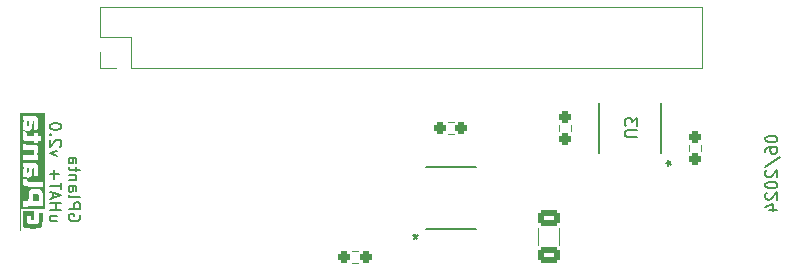
<source format=gbo>
G04 #@! TF.GenerationSoftware,KiCad,Pcbnew,7.0.11-7.0.11~ubuntu22.04.1*
G04 #@! TF.CreationDate,2024-06-23T17:04:06+02:00*
G04 #@! TF.ProjectId,RaspiZeroHat_12v_v2.5c,52617370-695a-4657-926f-4861745f3132,rev?*
G04 #@! TF.SameCoordinates,Original*
G04 #@! TF.FileFunction,Legend,Bot*
G04 #@! TF.FilePolarity,Positive*
%FSLAX46Y46*%
G04 Gerber Fmt 4.6, Leading zero omitted, Abs format (unit mm)*
G04 Created by KiCad (PCBNEW 7.0.11-7.0.11~ubuntu22.04.1) date 2024-06-23 17:04:06*
%MOMM*%
%LPD*%
G01*
G04 APERTURE LIST*
G04 Aperture macros list*
%AMRoundRect*
0 Rectangle with rounded corners*
0 $1 Rounding radius*
0 $2 $3 $4 $5 $6 $7 $8 $9 X,Y pos of 4 corners*
0 Add a 4 corners polygon primitive as box body*
4,1,4,$2,$3,$4,$5,$6,$7,$8,$9,$2,$3,0*
0 Add four circle primitives for the rounded corners*
1,1,$1+$1,$2,$3*
1,1,$1+$1,$4,$5*
1,1,$1+$1,$6,$7*
1,1,$1+$1,$8,$9*
0 Add four rect primitives between the rounded corners*
20,1,$1+$1,$2,$3,$4,$5,0*
20,1,$1+$1,$4,$5,$6,$7,0*
20,1,$1+$1,$6,$7,$8,$9,0*
20,1,$1+$1,$8,$9,$2,$3,0*%
G04 Aperture macros list end*
%ADD10C,0.150000*%
%ADD11C,0.120000*%
%ADD12C,0.152400*%
%ADD13O,1.712000X3.220000*%
%ADD14O,3.220000X1.712000*%
%ADD15C,2.300000*%
%ADD16R,2.300000X2.300000*%
%ADD17O,1.700000X1.700000*%
%ADD18R,1.700000X1.700000*%
%ADD19C,1.574800*%
%ADD20C,1.295400*%
%ADD21R,0.558800X1.460500*%
%ADD22RoundRect,0.237500X0.237500X-0.250000X0.237500X0.250000X-0.237500X0.250000X-0.237500X-0.250000X0*%
%ADD23RoundRect,0.237500X0.250000X0.237500X-0.250000X0.237500X-0.250000X-0.237500X0.250000X-0.237500X0*%
%ADD24RoundRect,0.237500X-0.237500X0.250000X-0.237500X-0.250000X0.237500X-0.250000X0.237500X0.250000X0*%
%ADD25R,1.460500X0.558800*%
%ADD26RoundRect,0.250000X-0.650000X0.412500X-0.650000X-0.412500X0.650000X-0.412500X0.650000X0.412500X0*%
G04 APERTURE END LIST*
D10*
X163354819Y-81982620D02*
X163354819Y-82077858D01*
X163354819Y-82077858D02*
X163402438Y-82173096D01*
X163402438Y-82173096D02*
X163450057Y-82220715D01*
X163450057Y-82220715D02*
X163545295Y-82268334D01*
X163545295Y-82268334D02*
X163735771Y-82315953D01*
X163735771Y-82315953D02*
X163973866Y-82315953D01*
X163973866Y-82315953D02*
X164164342Y-82268334D01*
X164164342Y-82268334D02*
X164259580Y-82220715D01*
X164259580Y-82220715D02*
X164307200Y-82173096D01*
X164307200Y-82173096D02*
X164354819Y-82077858D01*
X164354819Y-82077858D02*
X164354819Y-81982620D01*
X164354819Y-81982620D02*
X164307200Y-81887382D01*
X164307200Y-81887382D02*
X164259580Y-81839763D01*
X164259580Y-81839763D02*
X164164342Y-81792144D01*
X164164342Y-81792144D02*
X163973866Y-81744525D01*
X163973866Y-81744525D02*
X163735771Y-81744525D01*
X163735771Y-81744525D02*
X163545295Y-81792144D01*
X163545295Y-81792144D02*
X163450057Y-81839763D01*
X163450057Y-81839763D02*
X163402438Y-81887382D01*
X163402438Y-81887382D02*
X163354819Y-81982620D01*
X163354819Y-83173096D02*
X163354819Y-82982620D01*
X163354819Y-82982620D02*
X163402438Y-82887382D01*
X163402438Y-82887382D02*
X163450057Y-82839763D01*
X163450057Y-82839763D02*
X163592914Y-82744525D01*
X163592914Y-82744525D02*
X163783390Y-82696906D01*
X163783390Y-82696906D02*
X164164342Y-82696906D01*
X164164342Y-82696906D02*
X164259580Y-82744525D01*
X164259580Y-82744525D02*
X164307200Y-82792144D01*
X164307200Y-82792144D02*
X164354819Y-82887382D01*
X164354819Y-82887382D02*
X164354819Y-83077858D01*
X164354819Y-83077858D02*
X164307200Y-83173096D01*
X164307200Y-83173096D02*
X164259580Y-83220715D01*
X164259580Y-83220715D02*
X164164342Y-83268334D01*
X164164342Y-83268334D02*
X163926247Y-83268334D01*
X163926247Y-83268334D02*
X163831009Y-83220715D01*
X163831009Y-83220715D02*
X163783390Y-83173096D01*
X163783390Y-83173096D02*
X163735771Y-83077858D01*
X163735771Y-83077858D02*
X163735771Y-82887382D01*
X163735771Y-82887382D02*
X163783390Y-82792144D01*
X163783390Y-82792144D02*
X163831009Y-82744525D01*
X163831009Y-82744525D02*
X163926247Y-82696906D01*
X163307200Y-84411191D02*
X164592914Y-83554049D01*
X163450057Y-84696906D02*
X163402438Y-84744525D01*
X163402438Y-84744525D02*
X163354819Y-84839763D01*
X163354819Y-84839763D02*
X163354819Y-85077858D01*
X163354819Y-85077858D02*
X163402438Y-85173096D01*
X163402438Y-85173096D02*
X163450057Y-85220715D01*
X163450057Y-85220715D02*
X163545295Y-85268334D01*
X163545295Y-85268334D02*
X163640533Y-85268334D01*
X163640533Y-85268334D02*
X163783390Y-85220715D01*
X163783390Y-85220715D02*
X164354819Y-84649287D01*
X164354819Y-84649287D02*
X164354819Y-85268334D01*
X163354819Y-85887382D02*
X163354819Y-85982620D01*
X163354819Y-85982620D02*
X163402438Y-86077858D01*
X163402438Y-86077858D02*
X163450057Y-86125477D01*
X163450057Y-86125477D02*
X163545295Y-86173096D01*
X163545295Y-86173096D02*
X163735771Y-86220715D01*
X163735771Y-86220715D02*
X163973866Y-86220715D01*
X163973866Y-86220715D02*
X164164342Y-86173096D01*
X164164342Y-86173096D02*
X164259580Y-86125477D01*
X164259580Y-86125477D02*
X164307200Y-86077858D01*
X164307200Y-86077858D02*
X164354819Y-85982620D01*
X164354819Y-85982620D02*
X164354819Y-85887382D01*
X164354819Y-85887382D02*
X164307200Y-85792144D01*
X164307200Y-85792144D02*
X164259580Y-85744525D01*
X164259580Y-85744525D02*
X164164342Y-85696906D01*
X164164342Y-85696906D02*
X163973866Y-85649287D01*
X163973866Y-85649287D02*
X163735771Y-85649287D01*
X163735771Y-85649287D02*
X163545295Y-85696906D01*
X163545295Y-85696906D02*
X163450057Y-85744525D01*
X163450057Y-85744525D02*
X163402438Y-85792144D01*
X163402438Y-85792144D02*
X163354819Y-85887382D01*
X163450057Y-86601668D02*
X163402438Y-86649287D01*
X163402438Y-86649287D02*
X163354819Y-86744525D01*
X163354819Y-86744525D02*
X163354819Y-86982620D01*
X163354819Y-86982620D02*
X163402438Y-87077858D01*
X163402438Y-87077858D02*
X163450057Y-87125477D01*
X163450057Y-87125477D02*
X163545295Y-87173096D01*
X163545295Y-87173096D02*
X163640533Y-87173096D01*
X163640533Y-87173096D02*
X163783390Y-87125477D01*
X163783390Y-87125477D02*
X164354819Y-86554049D01*
X164354819Y-86554049D02*
X164354819Y-87173096D01*
X163688152Y-88030239D02*
X164354819Y-88030239D01*
X163307200Y-87792144D02*
X164021485Y-87554049D01*
X164021485Y-87554049D02*
X164021485Y-88173096D01*
X105302561Y-88439411D02*
X105350180Y-88534649D01*
X105350180Y-88534649D02*
X105350180Y-88677506D01*
X105350180Y-88677506D02*
X105302561Y-88820363D01*
X105302561Y-88820363D02*
X105207323Y-88915601D01*
X105207323Y-88915601D02*
X105112085Y-88963220D01*
X105112085Y-88963220D02*
X104921609Y-89010839D01*
X104921609Y-89010839D02*
X104778752Y-89010839D01*
X104778752Y-89010839D02*
X104588276Y-88963220D01*
X104588276Y-88963220D02*
X104493038Y-88915601D01*
X104493038Y-88915601D02*
X104397800Y-88820363D01*
X104397800Y-88820363D02*
X104350180Y-88677506D01*
X104350180Y-88677506D02*
X104350180Y-88582268D01*
X104350180Y-88582268D02*
X104397800Y-88439411D01*
X104397800Y-88439411D02*
X104445419Y-88391792D01*
X104445419Y-88391792D02*
X104778752Y-88391792D01*
X104778752Y-88391792D02*
X104778752Y-88582268D01*
X104350180Y-87963220D02*
X105350180Y-87963220D01*
X105350180Y-87963220D02*
X105350180Y-87582268D01*
X105350180Y-87582268D02*
X105302561Y-87487030D01*
X105302561Y-87487030D02*
X105254942Y-87439411D01*
X105254942Y-87439411D02*
X105159704Y-87391792D01*
X105159704Y-87391792D02*
X105016847Y-87391792D01*
X105016847Y-87391792D02*
X104921609Y-87439411D01*
X104921609Y-87439411D02*
X104873990Y-87487030D01*
X104873990Y-87487030D02*
X104826371Y-87582268D01*
X104826371Y-87582268D02*
X104826371Y-87963220D01*
X104350180Y-86820363D02*
X104397800Y-86915601D01*
X104397800Y-86915601D02*
X104493038Y-86963220D01*
X104493038Y-86963220D02*
X105350180Y-86963220D01*
X104350180Y-86010839D02*
X104873990Y-86010839D01*
X104873990Y-86010839D02*
X104969228Y-86058458D01*
X104969228Y-86058458D02*
X105016847Y-86153696D01*
X105016847Y-86153696D02*
X105016847Y-86344172D01*
X105016847Y-86344172D02*
X104969228Y-86439410D01*
X104397800Y-86010839D02*
X104350180Y-86106077D01*
X104350180Y-86106077D02*
X104350180Y-86344172D01*
X104350180Y-86344172D02*
X104397800Y-86439410D01*
X104397800Y-86439410D02*
X104493038Y-86487029D01*
X104493038Y-86487029D02*
X104588276Y-86487029D01*
X104588276Y-86487029D02*
X104683514Y-86439410D01*
X104683514Y-86439410D02*
X104731133Y-86344172D01*
X104731133Y-86344172D02*
X104731133Y-86106077D01*
X104731133Y-86106077D02*
X104778752Y-86010839D01*
X105016847Y-85534648D02*
X104350180Y-85534648D01*
X104921609Y-85534648D02*
X104969228Y-85487029D01*
X104969228Y-85487029D02*
X105016847Y-85391791D01*
X105016847Y-85391791D02*
X105016847Y-85248934D01*
X105016847Y-85248934D02*
X104969228Y-85153696D01*
X104969228Y-85153696D02*
X104873990Y-85106077D01*
X104873990Y-85106077D02*
X104350180Y-85106077D01*
X105016847Y-84772743D02*
X105016847Y-84391791D01*
X105350180Y-84629886D02*
X104493038Y-84629886D01*
X104493038Y-84629886D02*
X104397800Y-84582267D01*
X104397800Y-84582267D02*
X104350180Y-84487029D01*
X104350180Y-84487029D02*
X104350180Y-84391791D01*
X104350180Y-83629886D02*
X104873990Y-83629886D01*
X104873990Y-83629886D02*
X104969228Y-83677505D01*
X104969228Y-83677505D02*
X105016847Y-83772743D01*
X105016847Y-83772743D02*
X105016847Y-83963219D01*
X105016847Y-83963219D02*
X104969228Y-84058457D01*
X104397800Y-83629886D02*
X104350180Y-83725124D01*
X104350180Y-83725124D02*
X104350180Y-83963219D01*
X104350180Y-83963219D02*
X104397800Y-84058457D01*
X104397800Y-84058457D02*
X104493038Y-84106076D01*
X104493038Y-84106076D02*
X104588276Y-84106076D01*
X104588276Y-84106076D02*
X104683514Y-84058457D01*
X104683514Y-84058457D02*
X104731133Y-83963219D01*
X104731133Y-83963219D02*
X104731133Y-83725124D01*
X104731133Y-83725124D02*
X104778752Y-83629886D01*
X103406847Y-88534649D02*
X102740180Y-88534649D01*
X103406847Y-88963220D02*
X102883038Y-88963220D01*
X102883038Y-88963220D02*
X102787800Y-88915601D01*
X102787800Y-88915601D02*
X102740180Y-88820363D01*
X102740180Y-88820363D02*
X102740180Y-88677506D01*
X102740180Y-88677506D02*
X102787800Y-88582268D01*
X102787800Y-88582268D02*
X102835419Y-88534649D01*
X102740180Y-88058458D02*
X103740180Y-88058458D01*
X103263990Y-88058458D02*
X103263990Y-87487030D01*
X102740180Y-87487030D02*
X103740180Y-87487030D01*
X103025895Y-87058458D02*
X103025895Y-86582268D01*
X102740180Y-87153696D02*
X103740180Y-86820363D01*
X103740180Y-86820363D02*
X102740180Y-86487030D01*
X103740180Y-86296553D02*
X103740180Y-85725125D01*
X102740180Y-86010839D02*
X103740180Y-86010839D01*
X103121133Y-85391791D02*
X103121133Y-84629887D01*
X102740180Y-85010839D02*
X103502085Y-85010839D01*
X103406847Y-83487029D02*
X102740180Y-83248934D01*
X102740180Y-83248934D02*
X103406847Y-83010839D01*
X103644942Y-82677505D02*
X103692561Y-82629886D01*
X103692561Y-82629886D02*
X103740180Y-82534648D01*
X103740180Y-82534648D02*
X103740180Y-82296553D01*
X103740180Y-82296553D02*
X103692561Y-82201315D01*
X103692561Y-82201315D02*
X103644942Y-82153696D01*
X103644942Y-82153696D02*
X103549704Y-82106077D01*
X103549704Y-82106077D02*
X103454466Y-82106077D01*
X103454466Y-82106077D02*
X103311609Y-82153696D01*
X103311609Y-82153696D02*
X102740180Y-82725124D01*
X102740180Y-82725124D02*
X102740180Y-82106077D01*
X102835419Y-81677505D02*
X102787800Y-81629886D01*
X102787800Y-81629886D02*
X102740180Y-81677505D01*
X102740180Y-81677505D02*
X102787800Y-81725124D01*
X102787800Y-81725124D02*
X102835419Y-81677505D01*
X102835419Y-81677505D02*
X102740180Y-81677505D01*
X103740180Y-81010839D02*
X103740180Y-80915601D01*
X103740180Y-80915601D02*
X103692561Y-80820363D01*
X103692561Y-80820363D02*
X103644942Y-80772744D01*
X103644942Y-80772744D02*
X103549704Y-80725125D01*
X103549704Y-80725125D02*
X103359228Y-80677506D01*
X103359228Y-80677506D02*
X103121133Y-80677506D01*
X103121133Y-80677506D02*
X102930657Y-80725125D01*
X102930657Y-80725125D02*
X102835419Y-80772744D01*
X102835419Y-80772744D02*
X102787800Y-80820363D01*
X102787800Y-80820363D02*
X102740180Y-80915601D01*
X102740180Y-80915601D02*
X102740180Y-81010839D01*
X102740180Y-81010839D02*
X102787800Y-81106077D01*
X102787800Y-81106077D02*
X102835419Y-81153696D01*
X102835419Y-81153696D02*
X102930657Y-81201315D01*
X102930657Y-81201315D02*
X103121133Y-81248934D01*
X103121133Y-81248934D02*
X103359228Y-81248934D01*
X103359228Y-81248934D02*
X103549704Y-81201315D01*
X103549704Y-81201315D02*
X103644942Y-81153696D01*
X103644942Y-81153696D02*
X103692561Y-81106077D01*
X103692561Y-81106077D02*
X103740180Y-81010839D01*
X152445180Y-81861904D02*
X151635657Y-81861904D01*
X151635657Y-81861904D02*
X151540419Y-81814285D01*
X151540419Y-81814285D02*
X151492800Y-81766666D01*
X151492800Y-81766666D02*
X151445180Y-81671428D01*
X151445180Y-81671428D02*
X151445180Y-81480952D01*
X151445180Y-81480952D02*
X151492800Y-81385714D01*
X151492800Y-81385714D02*
X151540419Y-81338095D01*
X151540419Y-81338095D02*
X151635657Y-81290476D01*
X151635657Y-81290476D02*
X152445180Y-81290476D01*
X152445180Y-80909523D02*
X152445180Y-80290476D01*
X152445180Y-80290476D02*
X152064228Y-80623809D01*
X152064228Y-80623809D02*
X152064228Y-80480952D01*
X152064228Y-80480952D02*
X152016609Y-80385714D01*
X152016609Y-80385714D02*
X151968990Y-80338095D01*
X151968990Y-80338095D02*
X151873752Y-80290476D01*
X151873752Y-80290476D02*
X151635657Y-80290476D01*
X151635657Y-80290476D02*
X151540419Y-80338095D01*
X151540419Y-80338095D02*
X151492800Y-80385714D01*
X151492800Y-80385714D02*
X151445180Y-80480952D01*
X151445180Y-80480952D02*
X151445180Y-80766666D01*
X151445180Y-80766666D02*
X151492800Y-80861904D01*
X151492800Y-80861904D02*
X151540419Y-80909523D01*
X154961619Y-84078150D02*
X155199714Y-84078150D01*
X155104476Y-83840055D02*
X155199714Y-84078150D01*
X155199714Y-84078150D02*
X155104476Y-84316245D01*
X155390190Y-83935293D02*
X155199714Y-84078150D01*
X155199714Y-84078150D02*
X155390190Y-84221007D01*
X133721849Y-90061619D02*
X133721849Y-90299714D01*
X133959944Y-90204476D02*
X133721849Y-90299714D01*
X133721849Y-90299714D02*
X133483754Y-90204476D01*
X133864706Y-90490190D02*
X133721849Y-90299714D01*
X133721849Y-90299714D02*
X133578992Y-90490190D01*
D11*
X107040000Y-76035000D02*
X108370000Y-76035000D01*
X109640000Y-76035000D02*
X157960000Y-76035000D01*
X107040000Y-74705000D02*
X107040000Y-76035000D01*
X107040000Y-73435000D02*
X109640000Y-73435000D01*
X109640000Y-73435000D02*
X109640000Y-76035000D01*
X107040000Y-70835000D02*
X107040000Y-73435000D01*
X107040000Y-70835000D02*
X157960000Y-70835000D01*
X157960000Y-70835000D02*
X157960000Y-76035000D01*
D12*
X149271100Y-83220900D02*
X149271100Y-78979100D01*
X154528900Y-78979100D02*
X154528900Y-83220900D01*
D11*
X157922500Y-83054724D02*
X157922500Y-82545276D01*
X156877500Y-83054724D02*
X156877500Y-82545276D01*
X136954724Y-80577500D02*
X136445276Y-80577500D01*
X136954724Y-81622500D02*
X136445276Y-81622500D01*
X145877500Y-80845276D02*
X145877500Y-81354724D01*
X146922500Y-80845276D02*
X146922500Y-81354724D01*
X128854724Y-91477500D02*
X128345276Y-91477500D01*
X128854724Y-92522500D02*
X128345276Y-92522500D01*
G36*
X102382536Y-84863202D02*
G01*
X102382536Y-89866632D01*
X102329730Y-89866632D01*
X101300000Y-89866632D01*
X100217464Y-89866632D01*
X100217464Y-89787423D01*
X100296674Y-89787423D01*
X101313202Y-89787423D01*
X102329730Y-89787423D01*
X102329730Y-88863306D01*
X102329730Y-87939190D01*
X102171310Y-87939190D01*
X101313202Y-87939190D01*
X100481497Y-87939190D01*
X100296674Y-87939190D01*
X100296674Y-88863306D01*
X100296674Y-89787423D01*
X100217464Y-89787423D01*
X100217464Y-87755108D01*
X100481497Y-87755108D01*
X101319803Y-87748136D01*
X102158108Y-87741165D01*
X102158108Y-87147090D01*
X102157700Y-86960775D01*
X102156048Y-86805892D01*
X102152646Y-86689438D01*
X102146991Y-86603991D01*
X102138581Y-86542125D01*
X102126910Y-86496417D01*
X102111476Y-86459443D01*
X102100883Y-86439165D01*
X102050493Y-86367707D01*
X101984456Y-86317140D01*
X101893570Y-86283759D01*
X101768633Y-86263860D01*
X101600442Y-86253739D01*
X101498289Y-86250990D01*
X101390379Y-86251557D01*
X101311280Y-86258638D01*
X101247065Y-86273724D01*
X101183809Y-86298303D01*
X101154190Y-86312233D01*
X101082895Y-86357466D01*
X101030654Y-86416216D01*
X100994721Y-86496287D01*
X100972352Y-86605483D01*
X100960806Y-86751607D01*
X100957337Y-86942464D01*
X100956757Y-87305510D01*
X100719127Y-87305510D01*
X100481497Y-87305510D01*
X100481497Y-87530309D01*
X100481497Y-87755108D01*
X100217464Y-87755108D01*
X100217464Y-85594747D01*
X100452199Y-85594747D01*
X100459121Y-85712241D01*
X100478517Y-85821704D01*
X100508577Y-85901122D01*
X100512523Y-85907536D01*
X100543151Y-85951579D01*
X100578287Y-85986548D01*
X100623970Y-86013480D01*
X100686235Y-86033418D01*
X100771119Y-86047399D01*
X100884658Y-86056463D01*
X101032889Y-86061651D01*
X101221848Y-86064001D01*
X101457572Y-86064553D01*
X102171310Y-86064553D01*
X102171310Y-85853327D01*
X102171310Y-85642100D01*
X101516507Y-85642100D01*
X101356731Y-85641707D01*
X101166527Y-85639647D01*
X101022604Y-85635666D01*
X100921112Y-85629586D01*
X100891590Y-85625664D01*
X100858201Y-85621228D01*
X100830021Y-85610416D01*
X100829313Y-85609687D01*
X100807412Y-85561566D01*
X100798337Y-85491601D01*
X100798337Y-85404470D01*
X100642742Y-85404470D01*
X100551538Y-85407983D01*
X100495604Y-85421029D01*
X100471120Y-85446235D01*
X100459566Y-85491239D01*
X100452199Y-85594747D01*
X100217464Y-85594747D01*
X100217464Y-84917513D01*
X100459694Y-84917513D01*
X100462476Y-85025616D01*
X100478687Y-85100832D01*
X100506064Y-85151862D01*
X100579496Y-85227861D01*
X100685129Y-85273991D01*
X100831109Y-85294733D01*
X100891590Y-85296915D01*
X101026396Y-85287662D01*
X101128336Y-85252526D01*
X101201802Y-85186347D01*
X101251191Y-85083970D01*
X101280896Y-84940237D01*
X101295314Y-84749990D01*
X101306754Y-84451095D01*
X101375986Y-84459124D01*
X101445218Y-84467152D01*
X101436851Y-84830198D01*
X101428484Y-85193244D01*
X101574966Y-85193244D01*
X101579888Y-85193245D01*
X101638464Y-85192331D01*
X101682310Y-85185082D01*
X101713621Y-85164861D01*
X101734593Y-85125029D01*
X101747422Y-85058947D01*
X101754304Y-84959978D01*
X101757435Y-84821482D01*
X101759009Y-84636822D01*
X101762058Y-84217909D01*
X101675797Y-84131304D01*
X101589536Y-84044699D01*
X101035517Y-84036616D01*
X100481497Y-84028533D01*
X100481497Y-84213059D01*
X100483031Y-84305816D01*
X100490141Y-84366869D01*
X100506053Y-84398900D01*
X100533984Y-84414244D01*
X100558336Y-84423028D01*
X100572298Y-84439580D01*
X100562888Y-84474263D01*
X100529610Y-84541439D01*
X100515779Y-84573220D01*
X100487960Y-84673583D01*
X100468727Y-84794258D01*
X100459694Y-84917513D01*
X100217464Y-84917513D01*
X100217464Y-84863202D01*
X100217464Y-82496141D01*
X100481497Y-82496141D01*
X100481497Y-82722551D01*
X100481497Y-82948961D01*
X100941776Y-82948961D01*
X100971877Y-82948937D01*
X101142566Y-82948670D01*
X101267394Y-82951833D01*
X101352346Y-82963468D01*
X101403409Y-82988618D01*
X101426573Y-83032324D01*
X101427823Y-83099630D01*
X101413148Y-83195577D01*
X101388534Y-83325208D01*
X101375014Y-83397818D01*
X100928256Y-83397818D01*
X100481497Y-83397818D01*
X100481497Y-83609044D01*
X100481497Y-83820271D01*
X101115177Y-83820271D01*
X101748857Y-83820271D01*
X101748857Y-83622246D01*
X101748774Y-83586600D01*
X101746493Y-83499144D01*
X101738891Y-83450225D01*
X101723049Y-83428898D01*
X101696050Y-83424221D01*
X101690348Y-83424208D01*
X101657100Y-83420803D01*
X101647466Y-83403733D01*
X101661793Y-83361987D01*
X101700424Y-83284552D01*
X101702232Y-83280986D01*
X101741109Y-83172005D01*
X101765301Y-83040503D01*
X101773662Y-82904402D01*
X101765052Y-82781625D01*
X101738327Y-82690095D01*
X101719167Y-82655713D01*
X101683422Y-82608208D01*
X101637259Y-82572315D01*
X101590437Y-82553143D01*
X101573616Y-82546255D01*
X101485428Y-82528246D01*
X101365632Y-82516508D01*
X101207165Y-82509261D01*
X101002963Y-82504723D01*
X100481497Y-82496141D01*
X100217464Y-82496141D01*
X100217464Y-81773409D01*
X100455094Y-81773409D01*
X100457012Y-81880196D01*
X100465577Y-81963503D01*
X100483985Y-82024829D01*
X100515415Y-82080347D01*
X100548478Y-82122832D01*
X100603816Y-82168378D01*
X100677653Y-82200060D01*
X100778509Y-82220143D01*
X100914909Y-82230895D01*
X101095374Y-82234581D01*
X101432017Y-82236071D01*
X101432017Y-82302079D01*
X101432020Y-82304393D01*
X101435830Y-82340009D01*
X101455236Y-82359053D01*
X101502638Y-82366690D01*
X101590437Y-82368088D01*
X101592367Y-82368088D01*
X101679403Y-82366567D01*
X101726243Y-82358701D01*
X101745267Y-82339472D01*
X101748857Y-82303859D01*
X101749020Y-82293916D01*
X101756670Y-82258224D01*
X101783775Y-82234336D01*
X101841317Y-82216153D01*
X101940281Y-82197575D01*
X102039293Y-82180872D01*
X102039293Y-81984043D01*
X102039293Y-81787215D01*
X101894075Y-81787215D01*
X101748857Y-81787215D01*
X101748857Y-81641996D01*
X101748857Y-81496778D01*
X101590437Y-81496778D01*
X101432017Y-81496778D01*
X101432017Y-81642834D01*
X101432017Y-81788890D01*
X101121778Y-81781452D01*
X100891014Y-81775919D01*
X100811539Y-81774013D01*
X100798337Y-81589190D01*
X100785135Y-81404366D01*
X100636859Y-81396554D01*
X100627617Y-81396068D01*
X100547194Y-81393484D01*
X100503954Y-81400970D01*
X100483600Y-81425105D01*
X100471838Y-81472463D01*
X100470235Y-81481472D01*
X100462547Y-81555669D01*
X100457138Y-81659489D01*
X100455094Y-81773409D01*
X100217464Y-81773409D01*
X100217464Y-80942308D01*
X100456165Y-80942308D01*
X100456167Y-80945725D01*
X100471903Y-81099992D01*
X100520298Y-81214735D01*
X100604311Y-81292722D01*
X100726897Y-81336721D01*
X100891014Y-81349503D01*
X100915729Y-81348987D01*
X101041206Y-81334320D01*
X101136391Y-81295726D01*
X101205314Y-81227624D01*
X101252003Y-81124437D01*
X101280491Y-80980585D01*
X101294806Y-80790489D01*
X101295137Y-80782248D01*
X101301210Y-80654900D01*
X101308309Y-80571115D01*
X101318146Y-80522123D01*
X101332437Y-80499158D01*
X101352896Y-80493452D01*
X101385935Y-80496799D01*
X101419825Y-80516166D01*
X101441032Y-80559176D01*
X101451174Y-80633028D01*
X101451870Y-80744922D01*
X101444739Y-80902056D01*
X101425665Y-81232745D01*
X101571234Y-81232745D01*
X101655638Y-81229341D01*
X101709487Y-81215738D01*
X101733712Y-81188682D01*
X101737170Y-81172925D01*
X101744371Y-81108295D01*
X101751895Y-81006620D01*
X101759034Y-80878171D01*
X101765081Y-80733224D01*
X101767243Y-80670469D01*
X101771265Y-80529921D01*
X101771838Y-80429183D01*
X101768182Y-80358760D01*
X101759514Y-80309156D01*
X101745052Y-80270878D01*
X101724016Y-80234430D01*
X101709042Y-80211955D01*
X101669326Y-80164931D01*
X101620433Y-80129544D01*
X101555095Y-80104189D01*
X101466049Y-80087262D01*
X101346029Y-80077157D01*
X101187770Y-80072271D01*
X100984008Y-80070998D01*
X100481497Y-80070998D01*
X100481497Y-80258294D01*
X100482875Y-80347500D01*
X100489568Y-80411293D01*
X100504484Y-80444336D01*
X100530508Y-80458405D01*
X100533586Y-80459224D01*
X100557623Y-80469840D01*
X100563659Y-80492151D01*
X100550746Y-80538431D01*
X100517933Y-80620954D01*
X100475064Y-80756553D01*
X100456165Y-80942308D01*
X100217464Y-80942308D01*
X100217464Y-79859772D01*
X101300000Y-79859772D01*
X102382536Y-79859772D01*
X102382536Y-84863202D01*
G37*
G36*
X101432017Y-88506861D02*
G01*
X101432017Y-88863306D01*
X101300000Y-88863306D01*
X101167983Y-88863306D01*
X101167983Y-88718088D01*
X101167983Y-88572870D01*
X100983160Y-88572870D01*
X100798337Y-88572870D01*
X100794153Y-88803899D01*
X100793516Y-88843531D01*
X100792592Y-88951275D01*
X100792981Y-89037966D01*
X100794657Y-89087734D01*
X100797710Y-89109340D01*
X100813138Y-89145868D01*
X100846551Y-89172082D01*
X100904905Y-89189618D01*
X100995156Y-89200117D01*
X101124260Y-89205214D01*
X101299172Y-89206549D01*
X101347880Y-89206620D01*
X101515646Y-89206711D01*
X101639104Y-89201668D01*
X101725017Y-89185061D01*
X101780146Y-89150454D01*
X101811254Y-89091417D01*
X101825102Y-89001515D01*
X101828453Y-88874317D01*
X101828067Y-88703389D01*
X101828067Y-88282433D01*
X101986487Y-88282433D01*
X102144907Y-88282433D01*
X102144866Y-88803899D01*
X102144396Y-88987307D01*
X102139621Y-89174467D01*
X102125161Y-89320208D01*
X102095627Y-89429710D01*
X102045628Y-89508155D01*
X101969774Y-89560721D01*
X101862674Y-89592588D01*
X101718939Y-89608937D01*
X101533178Y-89614948D01*
X101300000Y-89615801D01*
X101236699Y-89615751D01*
X101038426Y-89614250D01*
X100884262Y-89609341D01*
X100767400Y-89599257D01*
X100681031Y-89582234D01*
X100618346Y-89556505D01*
X100572537Y-89520304D01*
X100536796Y-89471866D01*
X100504315Y-89409424D01*
X100486169Y-89367403D01*
X100471652Y-89318299D01*
X100463229Y-89258448D01*
X100460107Y-89177353D01*
X100461497Y-89064521D01*
X100466605Y-88909459D01*
X100467916Y-88875346D01*
X100474853Y-88717224D01*
X100482821Y-88563806D01*
X100490935Y-88431118D01*
X100498311Y-88335186D01*
X100515483Y-88150416D01*
X100973750Y-88150416D01*
X101432017Y-88150416D01*
X101432017Y-88506861D01*
G37*
G36*
X101639200Y-86698529D02*
G01*
X101717045Y-86701840D01*
X101761962Y-86711787D01*
X101786278Y-86731963D01*
X101802317Y-86765960D01*
X101806780Y-86781272D01*
X101817656Y-86853047D01*
X101825227Y-86954755D01*
X101828067Y-87069599D01*
X101828067Y-87305510D01*
X101564033Y-87305510D01*
X101300000Y-87305510D01*
X101300000Y-87033556D01*
X101300066Y-87010459D01*
X101304321Y-86869848D01*
X101314973Y-86775254D01*
X101331684Y-86729917D01*
X101370322Y-86714013D01*
X101453697Y-86702407D01*
X101569968Y-86698233D01*
X101639200Y-86698529D01*
G37*
G36*
X100960304Y-80498216D02*
G01*
X100976337Y-80518699D01*
X100982288Y-80569219D01*
X100983160Y-80661160D01*
X100981306Y-80745683D01*
X100975507Y-80826925D01*
X100967134Y-80874140D01*
X100963487Y-80881165D01*
X100921621Y-80908746D01*
X100862935Y-80915977D01*
X100815939Y-80898303D01*
X100807647Y-80876092D01*
X100801803Y-80812865D01*
X100802438Y-80728910D01*
X100809220Y-80642688D01*
X100821815Y-80572662D01*
X100847997Y-80524520D01*
X100911595Y-80498299D01*
X100929185Y-80496383D01*
X100960304Y-80498216D01*
G37*
G36*
X100925227Y-84454067D02*
G01*
X100958642Y-84459313D01*
X100975850Y-84481263D01*
X100982229Y-84531952D01*
X100983160Y-84623413D01*
X100981350Y-84706123D01*
X100975547Y-84787319D01*
X100967134Y-84834639D01*
X100963487Y-84841664D01*
X100921621Y-84869245D01*
X100862935Y-84876476D01*
X100815939Y-84858802D01*
X100804305Y-84825210D01*
X100799291Y-84751786D01*
X100802939Y-84655811D01*
X100815284Y-84552963D01*
X100830012Y-84490048D01*
X100856271Y-84460437D01*
X100907405Y-84453951D01*
X100925227Y-84454067D01*
G37*
D12*
X138820900Y-89628900D02*
X134579100Y-89628900D01*
X134579100Y-84371100D02*
X138820900Y-84371100D01*
D11*
X144090000Y-89588748D02*
X144090000Y-91011252D01*
X145910000Y-89588748D02*
X145910000Y-91011252D01*
%LPC*%
D13*
X153675000Y-90700000D03*
D14*
X148975000Y-93700000D03*
X148975000Y-87700000D03*
D15*
X130500000Y-95300000D03*
X127000000Y-95300000D03*
D16*
X123500000Y-95300000D03*
D15*
X119000000Y-95300000D03*
X115500000Y-95300000D03*
X112000000Y-95300000D03*
D16*
X108500000Y-95300000D03*
D17*
X108340000Y-83200000D03*
X110880000Y-83200000D03*
X113420000Y-83200000D03*
X115960000Y-83200000D03*
X118500000Y-83200000D03*
X121040000Y-83200000D03*
X123580000Y-83200000D03*
D18*
X126120000Y-83200000D03*
D17*
X117570000Y-88600000D03*
X115030000Y-88600000D03*
X112490000Y-88600000D03*
D18*
X109950000Y-88600000D03*
D19*
X160452900Y-83785100D03*
X160452900Y-86325100D03*
X160452900Y-88865100D03*
X160452900Y-91405100D03*
D20*
X158292899Y-86325100D03*
D17*
X121070000Y-78900000D03*
X118530000Y-78900000D03*
X115990000Y-78900000D03*
X113450000Y-78900000D03*
X110910000Y-78900000D03*
D18*
X108370000Y-78900000D03*
D17*
X129555000Y-88600000D03*
X127015000Y-88600000D03*
D18*
X124475000Y-88600000D03*
D15*
X138500000Y-95300000D03*
D16*
X135000000Y-95300000D03*
D17*
X156630000Y-72165000D03*
X156630000Y-74705000D03*
X154090000Y-72165000D03*
X154090000Y-74705000D03*
X151550000Y-72165000D03*
X151550000Y-74705000D03*
X149010000Y-72165000D03*
X149010000Y-74705000D03*
X146470000Y-72165000D03*
X146470000Y-74705000D03*
X143930000Y-72165000D03*
X143930000Y-74705000D03*
X141390000Y-72165000D03*
X141390000Y-74705000D03*
X138850000Y-72165000D03*
X138850000Y-74705000D03*
X136310000Y-72165000D03*
X136310000Y-74705000D03*
X133770000Y-72165000D03*
X133770000Y-74705000D03*
X131230000Y-72165000D03*
X131230000Y-74705000D03*
X128690000Y-72165000D03*
X128690000Y-74705000D03*
X126150000Y-72165000D03*
X126150000Y-74705000D03*
X123610000Y-72165000D03*
X123610000Y-74705000D03*
X121070000Y-72165000D03*
X121070000Y-74705000D03*
X118530000Y-72165000D03*
X118530000Y-74705000D03*
X115990000Y-72165000D03*
X115990000Y-74705000D03*
X113450000Y-72165000D03*
X113450000Y-74705000D03*
X110910000Y-72165000D03*
X110910000Y-74705000D03*
X108370000Y-72165000D03*
D18*
X108370000Y-74705000D03*
D21*
X153805000Y-83824150D03*
X152535000Y-83824150D03*
X151265000Y-83824150D03*
X149995000Y-83824150D03*
X149995000Y-78375850D03*
X151265000Y-78375850D03*
X152535000Y-78375850D03*
X153805000Y-78375850D03*
D22*
X157400000Y-81887500D03*
X157400000Y-83712500D03*
D23*
X135787500Y-81100000D03*
X137612500Y-81100000D03*
D24*
X146400000Y-82012500D03*
X146400000Y-80187500D03*
D23*
X127687500Y-92000000D03*
X129512500Y-92000000D03*
D25*
X139424150Y-88905000D03*
X139424150Y-87635000D03*
X139424150Y-86365000D03*
X139424150Y-85095000D03*
X133975850Y-85095000D03*
X133975850Y-86365000D03*
X133975850Y-87635000D03*
X133975850Y-88905000D03*
D26*
X145000000Y-91862500D03*
X145000000Y-88737500D03*
%LPD*%
M02*

</source>
